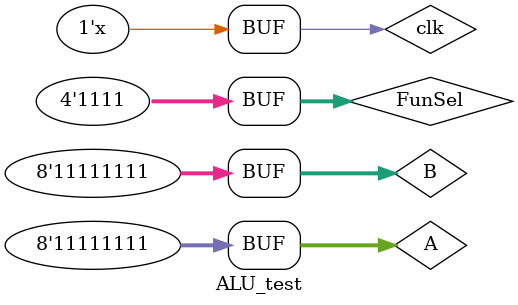
<source format=v>
module ALU_test();
    
    reg clk;
    reg[7:0] A;
    reg[7:0] B;
    reg[3:0] FunSel;

    wire[7:0] OutALU;
    wire[3:0] RegFlag;
        
    DesignOfALU test(
    .Clk(clk),
    .FunSel(FunSel),
    .A(A),
    .B(B),
    .FlagReg(RegFlag), 
    .OutALU(OutALU)
);
    always #5 clk = ~clk;
    initial begin
        A = 5;
        B = 10;
        FunSel = 4'b0100;
        #10;
        
        A = 7;
        B = 3;
        FunSel = 4'b1010;
        #10;

        
        #10;
        A = 8'b11111111;
        B = 8'b11111111;
        
        #10;
        FunSel = 4'b0001;
        #10;
        FunSel = 4'b0011;
        #10;
        FunSel = 4'b0101;
        #10;
        FunSel = 4'b1001;
        #10;
        FunSel = 4'b1111;
        #10;
    end
         
    
endmodule    
</source>
